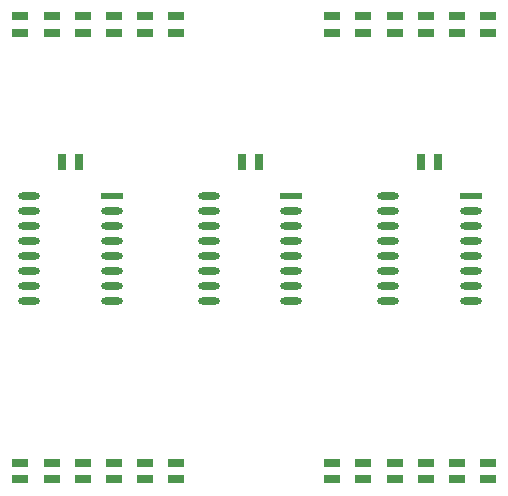
<source format=gbp>
G04*
G04 #@! TF.GenerationSoftware,Altium Limited,Altium Designer,24.5.2 (23)*
G04*
G04 Layer_Color=128*
%FSLAX44Y44*%
%MOMM*%
G71*
G04*
G04 #@! TF.SameCoordinates,1EBED2E9-880A-465B-A16B-BDCA1ABA21D8*
G04*
G04*
G04 #@! TF.FilePolarity,Positive*
G04*
G01*
G75*
%ADD15R,1.3500X0.8000*%
%ADD19R,0.7500X1.4500*%
%ADD68R,1.8500X0.6000*%
%ADD69O,1.8500X0.6000*%
D15*
X765030Y538000D02*
D03*
Y552000D02*
D03*
X1055430Y174000D02*
D03*
Y160000D02*
D03*
X1081830Y174000D02*
D03*
Y160000D02*
D03*
X1029030Y174000D02*
D03*
Y160000D02*
D03*
X1108230Y160000D02*
D03*
Y174000D02*
D03*
X817830Y538000D02*
D03*
Y552000D02*
D03*
X738630Y552000D02*
D03*
Y538000D02*
D03*
X791430Y538000D02*
D03*
Y552000D02*
D03*
X712230Y552000D02*
D03*
Y538000D02*
D03*
X844230Y538000D02*
D03*
Y552000D02*
D03*
X976230Y174000D02*
D03*
Y160000D02*
D03*
X1002630Y174000D02*
D03*
Y160000D02*
D03*
Y538000D02*
D03*
Y552000D02*
D03*
X844230Y174000D02*
D03*
Y160000D02*
D03*
X976230Y538000D02*
D03*
Y552000D02*
D03*
X791430Y174000D02*
D03*
Y160000D02*
D03*
X1029030Y538000D02*
D03*
Y552000D02*
D03*
X817830Y174000D02*
D03*
Y160000D02*
D03*
X1081830Y538000D02*
D03*
Y552000D02*
D03*
X765030Y174000D02*
D03*
Y160000D02*
D03*
X1055430Y538000D02*
D03*
Y552000D02*
D03*
X712000Y174000D02*
D03*
Y160000D02*
D03*
X1108230Y538000D02*
D03*
Y552000D02*
D03*
X738630Y174000D02*
D03*
Y160000D02*
D03*
D19*
X1051380Y429000D02*
D03*
X1065880D02*
D03*
X899500D02*
D03*
X914000D02*
D03*
X747620D02*
D03*
X762120D02*
D03*
D68*
X1093630Y400200D02*
D03*
X941750D02*
D03*
X789870D02*
D03*
D69*
X1093630Y387500D02*
D03*
Y374800D02*
D03*
Y362100D02*
D03*
Y349400D02*
D03*
Y336700D02*
D03*
Y324000D02*
D03*
Y311300D02*
D03*
X1023630Y400200D02*
D03*
Y387500D02*
D03*
Y374800D02*
D03*
Y362100D02*
D03*
Y349400D02*
D03*
Y336700D02*
D03*
Y324000D02*
D03*
Y311300D02*
D03*
X941750Y387500D02*
D03*
Y374800D02*
D03*
Y362100D02*
D03*
Y349400D02*
D03*
Y336700D02*
D03*
Y324000D02*
D03*
Y311300D02*
D03*
X871750Y400200D02*
D03*
Y387500D02*
D03*
Y374800D02*
D03*
Y362100D02*
D03*
Y349400D02*
D03*
Y336700D02*
D03*
Y324000D02*
D03*
Y311300D02*
D03*
X789870Y387500D02*
D03*
Y374800D02*
D03*
Y362100D02*
D03*
Y349400D02*
D03*
Y336700D02*
D03*
Y324000D02*
D03*
Y311300D02*
D03*
X719870Y400200D02*
D03*
Y387500D02*
D03*
Y374800D02*
D03*
Y362100D02*
D03*
Y349400D02*
D03*
Y336700D02*
D03*
Y324000D02*
D03*
Y311300D02*
D03*
M02*

</source>
